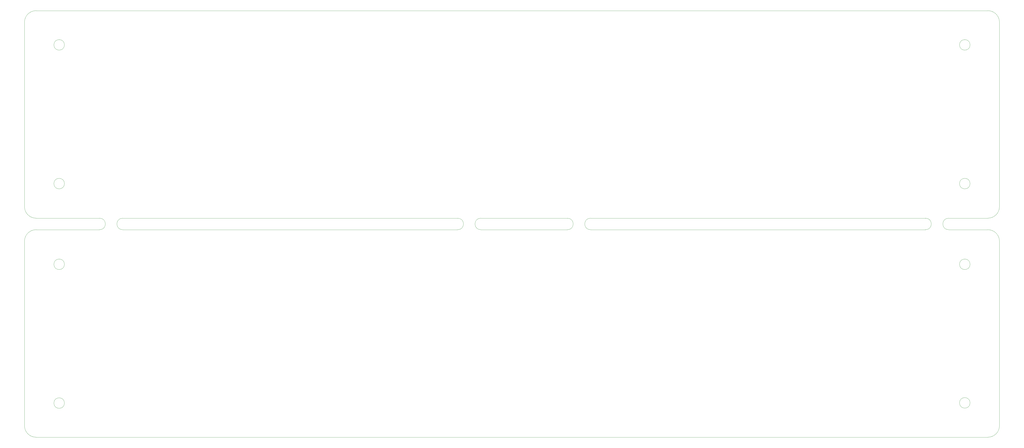
<source format=gm1>
G04 #@! TF.GenerationSoftware,KiCad,Pcbnew,7.0.2*
G04 #@! TF.CreationDate,2024-02-27T17:42:23-06:00*
G04 #@! TF.ProjectId,CapBankBreakout,43617042-616e-46b4-9272-65616b6f7574,rev?*
G04 #@! TF.SameCoordinates,Original*
G04 #@! TF.FileFunction,Profile,NP*
%FSLAX46Y46*%
G04 Gerber Fmt 4.6, Leading zero omitted, Abs format (unit mm)*
G04 Created by KiCad (PCBNEW 7.0.2) date 2024-02-27 17:42:23*
%MOMM*%
%LPD*%
G01*
G04 APERTURE LIST*
G04 #@! TA.AperFunction,Profile*
%ADD10C,0.100000*%
G04 #@! TD*
G04 APERTURE END LIST*
D10*
X514286000Y-275100000D02*
G75*
G03*
X514286000Y-275100000I-2286000J0D01*
G01*
X514286000Y-215000000D02*
G75*
G03*
X514286000Y-215000000I-2286000J0D01*
G01*
X514286000Y-180000000D02*
G75*
G03*
X514286000Y-180000000I-2286000J0D01*
G01*
X514286000Y-119830000D02*
G75*
G03*
X514286000Y-119830000I-2286000J0D01*
G01*
X495000000Y-200000000D02*
G75*
G03*
X495000000Y-195000000I0J2500000D01*
G01*
X122286000Y-275190000D02*
G75*
G03*
X122286000Y-275190000I-2286000J0D01*
G01*
X527000000Y-190000000D02*
X527000000Y-110000000D01*
X110000000Y-200000000D02*
X137500000Y-200000000D01*
X340000000Y-200000000D02*
X302500000Y-200000000D01*
X105000000Y-190000000D02*
G75*
G03*
X110000000Y-195000000I5000000J0D01*
G01*
X505000000Y-195000000D02*
G75*
G03*
X505000000Y-200000000I0J-2500000D01*
G01*
X110000000Y-105000000D02*
G75*
G03*
X105000000Y-110000000I0J-5000000D01*
G01*
X350000000Y-195000000D02*
X495000000Y-195000000D01*
X147500000Y-195000000D02*
G75*
G03*
X147500000Y-200000000I0J-2500000D01*
G01*
X122286000Y-180000000D02*
G75*
G03*
X122286000Y-180000000I-2286000J0D01*
G01*
X527000000Y-205000000D02*
X527000000Y-285000000D01*
X340000000Y-200000000D02*
G75*
G03*
X340000000Y-195000000I0J2500000D01*
G01*
X292500000Y-200000000D02*
G75*
G03*
X292500000Y-195000000I0J2500000D01*
G01*
X522000000Y-290000000D02*
X110000000Y-290000000D01*
X105000000Y-285000000D02*
G75*
G03*
X110000000Y-290000000I5000000J0D01*
G01*
X527000000Y-205000000D02*
G75*
G03*
X522000000Y-200000000I-5000000J0D01*
G01*
X505000000Y-200000000D02*
X522000000Y-200000000D01*
X122286000Y-119830000D02*
G75*
G03*
X122286000Y-119830000I-2286000J0D01*
G01*
X147500000Y-195000000D02*
X292500000Y-195000000D01*
X122286000Y-215000000D02*
G75*
G03*
X122286000Y-215000000I-2286000J0D01*
G01*
X302500000Y-195000000D02*
G75*
G03*
X302500000Y-200000000I0J-2500000D01*
G01*
X105000000Y-285000000D02*
X105000000Y-205000000D01*
X495000000Y-200000000D02*
X350000000Y-200000000D01*
X350000000Y-195000000D02*
G75*
G03*
X350000000Y-200000000I0J-2500000D01*
G01*
X137500000Y-200000000D02*
G75*
G03*
X137500000Y-195000000I0J2500000D01*
G01*
X522000000Y-105000000D02*
X110000000Y-105000000D01*
X105000000Y-110000000D02*
X105000000Y-190000000D01*
X522000000Y-290000000D02*
G75*
G03*
X527000000Y-285000000I100J4999900D01*
G01*
X527000000Y-110000000D02*
G75*
G03*
X522000000Y-105000000I-5000000J0D01*
G01*
X302500000Y-195000000D02*
X340000000Y-195000000D01*
X505000000Y-195000000D02*
X522000000Y-195000000D01*
X292500000Y-200000000D02*
X147500000Y-200000000D01*
X522000000Y-195000000D02*
G75*
G03*
X527000000Y-190000000I0J5000000D01*
G01*
X137500000Y-195000000D02*
X110000000Y-195000000D01*
X110000000Y-200000000D02*
G75*
G03*
X105000000Y-205000000I0J-5000000D01*
G01*
M02*

</source>
